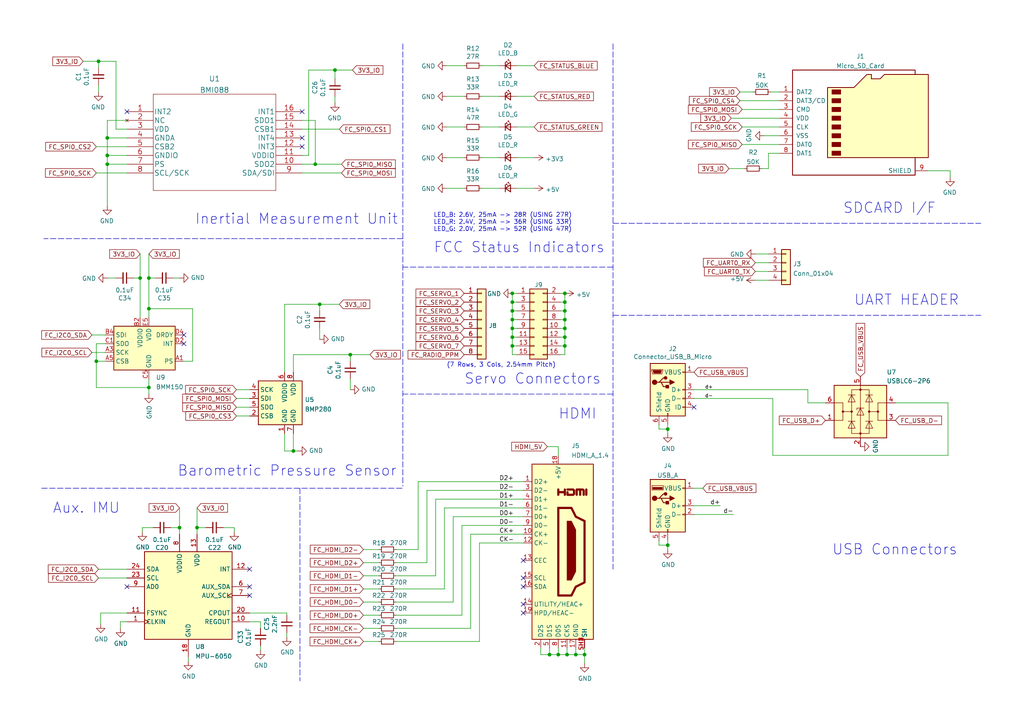
<source format=kicad_sch>
(kicad_sch (version 20211123) (generator eeschema)
  (paper "A4")
  (title_block (title "FCC Peripherals"))
  (lib_symbols
    (symbol "BMI088:BMI088" (pin_names (offset 0.254))
      (property "Reference" "U" (at 25.4 10.16 0))
      (property "Value" "BMI088" (at 25.4 7.62 0))
      (symbol "BMI088_1_1"
        (pin bidirectional line (at 0 0 0) (length 7.62) (name "INT2") (number "1"))
        (pin bidirectional line (at 50.8 -15.24 180) (length 7.62) (name "SDO2") (number "10"))
        (pin power_in line (at 50.8 -12.7 180) (length 7.62) (name "VDDIO") (number "11"))
        (pin bidirectional line (at 50.8 -10.16 180) (length 7.62) (name "INT3") (number "12"))
        (pin bidirectional line (at 50.8 -7.62 180) (length 7.62) (name "INT4") (number "13"))
        (pin bidirectional line (at 50.8 -5.08 180) (length 7.62) (name "CSB1") (number "14"))
        (pin bidirectional line (at 50.8 -2.54 180) (length 7.62) (name "SDO1") (number "15"))
        (pin bidirectional line (at 50.8 0 180) (length 7.62) (name "INT1") (number "16"))
        (pin no_connect line (at 0 -2.54 0) (length 7.62) (name "NC") (number "2"))
        (pin power_in line (at 0 -5.08 0) (length 7.62) (name "VDD") (number "3"))
        (pin power_in line (at 0 -7.62 0) (length 7.62) (name "GNDA") (number "4"))
        (pin bidirectional line (at 0 -10.16 0) (length 7.62) (name "CSB2") (number "5"))
        (pin power_in line (at 0 -12.7 0) (length 7.62) (name "GNDIO") (number "6"))
        (pin unspecified line (at 0 -15.24 0) (length 7.62) (name "PS") (number "7"))
        (pin unspecified line (at 0 -17.78 0) (length 7.62) (name "SCL/SCK") (number "8"))
        (pin unspecified line (at 50.8 -17.78 180) (length 7.62) (name "SDA/SDI") (number "9"))
      )
    )
    (symbol "CM4IO:HDMI_A_1.4"
      (property "Reference" "J" (at -6.35 26.67 0))
      (property "Value" "HDMI_A_1.4" (at 10.16 26.67 0))
      (symbol "HDMI_A_1.4_0_0"
        (pin passive line (at 7.62 -27.94 90) (length 2.54) (name "SH") (number "SH2"))
        (pin passive line (at 7.62 -27.94 90) (length 2.54) (name "SH") (number "SH3"))
        (pin passive line (at 7.62 -27.94 90) (length 2.54) (name "SH") (number "SH4"))
      )
      (symbol "HDMI_A_1.4_1_1"
        (pin passive line (at -10.16 20.32 0) (length 2.54) (name "D2+") (number "1"))
        (pin passive line (at -10.16 5.08 0) (length 2.54) (name "CK+") (number "10"))
        (pin power_in line (at 2.54 -27.94 90) (length 2.54) (name "CKS") (number "11"))
        (pin passive line (at -10.16 2.54 0) (length 2.54) (name "CK-") (number "12"))
        (pin bidirectional line (at -10.16 -2.54 0) (length 2.54) (name "CEC") (number "13"))
        (pin passive line (at -10.16 -15.24 0) (length 2.54) (name "UTILITY/HEAC+") (number "14"))
        (pin passive line (at -10.16 -7.62 0) (length 2.54) (name "SCL") (number "15"))
        (pin bidirectional line (at -10.16 -10.16 0) (length 2.54) (name "SDA") (number "16"))
        (pin power_in line (at 5.08 -27.94 90) (length 2.54) (name "GND") (number "17"))
        (pin power_in line (at 0 27.94 270) (length 2.54) (name "+5V") (number "18"))
        (pin passive line (at -10.16 -17.78 0) (length 2.54) (name "HPD/HEAC-") (number "19"))
        (pin power_in line (at -5.08 -27.94 90) (length 2.54) (name "D2S") (number "2"))
        (pin passive line (at -10.16 17.78 0) (length 2.54) (name "D2-") (number "3"))
        (pin passive line (at -10.16 15.24 0) (length 2.54) (name "D1+") (number "4"))
        (pin power_in line (at -2.54 -27.94 90) (length 2.54) (name "D1S") (number "5"))
        (pin passive line (at -10.16 12.7 0) (length 2.54) (name "D1-") (number "6"))
        (pin passive line (at -10.16 10.16 0) (length 2.54) (name "D0+") (number "7"))
        (pin power_in line (at 0 -27.94 90) (length 2.54) (name "D0S") (number "8"))
        (pin passive line (at -10.16 7.62 0) (length 2.54) (name "D0-") (number "9"))
        (pin passive line (at 7.62 -27.94 90) (length 2.54) (name "SH") (number "SH1"))
      )
    )
    (symbol "Connector:Micro_SD_Card" (pin_names (offset 1.016))
      (property "Reference" "J" (at -16.51 15.24 0))
      (property "Value" "Micro_SD_Card" (at 16.51 15.24 0))
      (symbol "Micro_SD_Card_1_1"
        (pin bidirectional line (at -22.86 7.62 0) (length 3.81) (name "DAT2") (number "1"))
        (pin bidirectional line (at -22.86 5.08 0) (length 3.81) (name "DAT3/CD") (number "2"))
        (pin input line (at -22.86 2.54 0) (length 3.81) (name "CMD") (number "3"))
        (pin power_in line (at -22.86 0 0) (length 3.81) (name "VDD") (number "4"))
        (pin input line (at -22.86 -2.54 0) (length 3.81) (name "CLK") (number "5"))
        (pin power_in line (at -22.86 -5.08 0) (length 3.81) (name "VSS") (number "6"))
        (pin bidirectional line (at -22.86 -7.62 0) (length 3.81) (name "DAT0") (number "7"))
        (pin bidirectional line (at -22.86 -10.16 0) (length 3.81) (name "DAT1") (number "8"))
        (pin passive line (at 20.32 -15.24 180) (length 3.81) (name "SHIELD") (number "9"))
      )
    )
    (symbol "Connector:USB_A" (pin_names (offset 1.016))
      (property "Reference" "J" (at -5.08 11.43 0))
      (property "Value" "USB_A" (at -5.08 8.89 0))
      (symbol "USB_A_1_1"
        (pin power_in line (at 7.62 5.08 180) (length 2.54) (name "VBUS") (number "1"))
        (pin bidirectional line (at 7.62 -2.54 180) (length 2.54) (name "D-") (number "2"))
        (pin bidirectional line (at 7.62 0 180) (length 2.54) (name "D+") (number "3"))
        (pin power_in line (at 0 -10.16 90) (length 2.54) (name "GND") (number "4"))
        (pin passive line (at -2.54 -10.16 90) (length 2.54) (name "Shield") (number "5"))
      )
    )
    (symbol "Connector_Generic:Conn_01x04" (pin_names (offset 1.016) hide)
      (property "Reference" "J" (at 0 5.08 0))
      (property "Value" "Conn_01x04" (at 0 -7.62 0))
      (symbol "Conn_01x04_1_1"
        (pin passive line (at -5.08 2.54 0) (length 3.81) (name "Pin_1") (number "1"))
        (pin passive line (at -5.08 0 0) (length 3.81) (name "Pin_2") (number "2"))
        (pin passive line (at -5.08 -2.54 0) (length 3.81) (name "Pin_3") (number "3"))
        (pin passive line (at -5.08 -5.08 0) (length 3.81) (name "Pin_4") (number "4"))
      )
    )
    (symbol "Connector_Generic:Conn_01x08" (pin_names (offset 1.016) hide)
      (property "Reference" "J" (at 0 10.16 0))
      (property "Value" "Conn_01x08" (at 0 -12.7 0))
      (symbol "Conn_01x08_1_1"
        (pin passive line (at -5.08 7.62 0) (length 3.81) (name "Pin_1") (number "1"))
        (pin passive line (at -5.08 5.08 0) (length 3.81) (name "Pin_2") (number "2"))
        (pin passive line (at -5.08 2.54 0) (length 3.81) (name "Pin_3") (number "3"))
        (pin passive line (at -5.08 0 0) (length 3.81) (name "Pin_4") (number "4"))
        (pin passive line (at -5.08 -2.54 0) (length 3.81) (name "Pin_5") (number "5"))
        (pin passive line (at -5.08 -5.08 0) (length 3.81) (name "Pin_6") (number "6"))
        (pin passive line (at -5.08 -7.62 0) (length 3.81) (name "Pin_7") (number "7"))
        (pin passive line (at -5.08 -10.16 0) (length 3.81) (name "Pin_8") (number "8"))
      )
    )
    (symbol "Connector_Generic:Conn_02x08_Odd_Even" (pin_names (offset 1.016) hide)
      (property "Reference" "J" (at 1.27 10.16 0))
      (property "Value" "Conn_02x08_Odd_Even" (at 1.27 -12.7 0))
      (symbol "Conn_02x08_Odd_Even_1_1"
        (pin passive line (at -5.08 7.62 0) (length 3.81) (name "Pin_1") (number "1"))
        (pin passive line (at 7.62 -2.54 180) (length 3.81) (name "Pin_10") (number "10"))
        (pin passive line (at -5.08 -5.08 0) (length 3.81) (name "Pin_11") (number "11"))
        (pin passive line (at 7.62 -5.08 180) (length 3.81) (name "Pin_12") (number "12"))
        (pin passive line (at -5.08 -7.62 0) (length 3.81) (name "Pin_13") (number "13"))
        (pin passive line (at 7.62 -7.62 180) (length 3.81) (name "Pin_14") (number "14"))
        (pin passive line (at -5.08 -10.16 0) (length 3.81) (name "Pin_15") (number "15"))
        (pin passive line (at 7.62 -10.16 180) (length 3.81) (name "Pin_16") (number "16"))
        (pin passive line (at 7.62 7.62 180) (length 3.81) (name "Pin_2") (number "2"))
        (pin passive line (at -5.08 5.08 0) (length 3.81) (name "Pin_3") (number "3"))
        (pin passive line (at 7.62 5.08 180) (length 3.81) (name "Pin_4") (number "4"))
        (pin passive line (at -5.08 2.54 0) (length 3.81) (name "Pin_5") (number "5"))
        (pin passive line (at 7.62 2.54 180) (length 3.81) (name "Pin_6") (number "6"))
        (pin passive line (at -5.08 0 0) (length 3.81) (name "Pin_7") (number "7"))
        (pin passive line (at 7.62 0 180) (length 3.81) (name "Pin_8") (number "8"))
        (pin passive line (at -5.08 -2.54 0) (length 3.81) (name "Pin_9") (number "9"))
      )
    )
    (symbol "Device:C_Small" (pin_numbers hide) (pin_names (offset 0.254) hide)
      (property "Reference" "C" (at 0.254 1.778 0))
      (property "Value" "C_Small" (at 0.254 -2.032 0))
      (symbol "C_Small_1_1"
        (pin passive line (at 0 2.54 270) (length 2.032) (name "~") (number "1"))
        (pin passive line (at 0 -2.54 90) (length 2.032) (name "~") (number "2"))
      )
    )
    (symbol "Device:LED_Small" (pin_numbers hide) (pin_names (offset 0.254) hide)
      (property "Reference" "D" (at -1.27 3.175 0))
      (property "Value" "LED_Small" (at -4.445 -2.54 0))
      (symbol "LED_Small_1_1"
        (pin passive line (at -2.54 0 0) (length 1.778) (name "K") (number "1"))
        (pin passive line (at 2.54 0 180) (length 1.778) (name "A") (number "2"))
      )
    )
    (symbol "Device:R_Small" (pin_numbers hide) (pin_names (offset 0.254) hide)
      (property "Reference" "R" (at 0.762 0.508 0))
      (property "Value" "R_Small" (at 0.762 -1.016 0))
      (symbol "R_Small_1_1"
        (pin passive line (at 0 2.54 270) (length 0.762) (name "~") (number "1"))
        (pin passive line (at 0 -2.54 90) (length 0.762) (name "~") (number "2"))
      )
    )
    (symbol "Power_Protection:USBLC6-2P6" (pin_names hide)
      (property "Reference" "U" (at 2.54 8.89 0))
      (property "Value" "USBLC6-2P6" (at 2.54 -8.89 0))
      (symbol "USBLC6-2P6_1_1"
        (pin passive line (at -10.16 -2.54 0) (length 2.54) (name "I/O1") (number "1"))
        (pin passive line (at 0 -10.16 90) (length 2.54) (name "GND") (number "2"))
        (pin passive line (at 10.16 -2.54 180) (length 2.54) (name "I/O2") (number "3"))
        (pin passive line (at 10.16 2.54 180) (length 2.54) (name "I/O2") (number "4"))
        (pin passive line (at 0 10.16 270) (length 2.54) (name "VBUS") (number "5"))
        (pin passive line (at -10.16 2.54 0) (length 2.54) (name "I/O1") (number "6"))
      )
    )
    (symbol "Sensor_Magnetic:BMM150"
      (property "Reference" "U" (at -10.16 6.35 0))
      (property "Value" "BMM150" (at 7.62 6.35 0))
      (symbol "BMM150_1_1"
        (pin input line (at 10.16 -5.08 180) (length 2.54) (name "PS") (number "A1"))
        (pin bidirectional line (at -12.7 -2.54 0) (length 2.54) (name "SCK") (number "A3"))
        (pin input line (at -12.7 -5.08 0) (length 2.54) (name "CSB") (number "A5"))
        (pin power_in line (at -2.54 7.62 270) (length 2.54) (name "VDDIO") (number "B2"))
        (pin bidirectional line (at -12.7 2.54 0) (length 2.54) (name "SDI") (number "B4"))
        (pin bidirectional line (at -12.7 0 0) (length 2.54) (name "SDO") (number "C1"))
        (pin power_in line (at 0 -10.16 90) (length 2.54) (name "GND") (number "C5"))
        (pin output line (at 10.16 0 180) (length 2.54) (name "INT") (number "D2"))
        (pin output line (at 10.16 2.54 180) (length 2.54) (name "DRDY") (number "D4"))
        (pin passive line (at 0 -10.16 90) (length 2.54) hide (name "GND") (number "E1"))
        (pin passive line (at 0 -10.16 90) (length 2.54) hide (name "GND") (number "E3"))
        (pin power_in line (at 0 7.62 270) (length 2.54) (name "VDD") (number "E5"))
      )
    )
    (symbol "Sensor_Motion:MPU-6050"
      (property "Reference" "U" (at -11.43 13.97 0))
      (property "Value" "MPU-6050" (at 7.62 -13.97 0))
      (symbol "MPU-6050_1_1"
        (pin input clock (at -17.78 -7.62 0) (length 5.08) (name "CLKIN") (number "1"))
        (pin passive line (at 17.78 -7.62 180) (length 5.08) (name "REGOUT") (number "10"))
        (pin input line (at -17.78 -5.08 0) (length 5.08) (name "FSYNC") (number "11"))
        (pin output line (at 17.78 7.62 180) (length 5.08) (name "INT") (number "12"))
        (pin power_in line (at 2.54 17.78 270) (length 5.08) (name "VDD") (number "13"))
        (pin power_in line (at 0 -17.78 90) (length 5.08) (name "GND") (number "18"))
        (pin passive line (at 17.78 -5.08 180) (length 5.08) (name "CPOUT") (number "20"))
        (pin input line (at -17.78 5.08 0) (length 5.08) (name "SCL") (number "23"))
        (pin bidirectional line (at -17.78 7.62 0) (length 5.08) (name "SDA") (number "24"))
        (pin bidirectional line (at 17.78 2.54 180) (length 5.08) (name "AUX_SDA") (number "6"))
        (pin output clock (at 17.78 0 180) (length 5.08) (name "AUX_SCL") (number "7"))
        (pin power_in line (at -2.54 17.78 270) (length 5.08) (name "VDDIO") (number "8"))
        (pin input line (at -17.78 2.54 0) (length 5.08) (name "AD0") (number "9"))
      )
    )
    (symbol "Sensor_Pressure:BMP280"
      (property "Reference" "U" (at -7.62 10.16 0))
      (property "Value" "BMP280" (at 5.08 10.16 0))
      (symbol "BMP280_1_1"
        (pin power_in line (at 0 -7.62 90) (length 2.54) (name "GND") (number "1"))
        (pin input line (at -10.16 -2.54 0) (length 2.54) (name "CSB") (number "2"))
        (pin bidirectional line (at -10.16 2.54 0) (length 2.54) (name "SDI") (number "3"))
        (pin input line (at -10.16 5.08 0) (length 2.54) (name "SCK") (number "4"))
        (pin bidirectional line (at -10.16 0 0) (length 2.54) (name "SDO") (number "5"))
        (pin power_in line (at 0 10.16 270) (length 2.54) (name "VDDIO") (number "6"))
        (pin power_in line (at 2.54 -7.62 90) (length 2.54) (name "GND") (number "7"))
        (pin power_in line (at 2.54 10.16 270) (length 2.54) (name "VDD") (number "8"))
      )
    )
    (symbol "hermes_v1-rescue:Connector_USB_B_Micro-CH330" (pin_names (offset 1.016))
      (property "Reference" "J" (at -5.08 11.43 0))
      (property "Value" "Connector_USB_B_Micro-CH330" (at -5.08 8.89 0))
      (symbol "Connector_USB_B_Micro-CH330_1_1"
        (pin power_out line (at 7.62 5.08 180) (length 2.54) (name "VBUS") (number "1"))
        (pin passive line (at 7.62 -2.54 180) (length 2.54) (name "D-") (number "2"))
        (pin passive line (at 7.62 0 180) (length 2.54) (name "D+") (number "3"))
        (pin passive line (at 7.62 -5.08 180) (length 2.54) (name "ID") (number "4"))
        (pin power_out line (at 0 -10.16 90) (length 2.54) (name "GND") (number "5"))
        (pin passive line (at -2.54 -10.16 90) (length 2.54) (name "Shield") (number "6"))
      )
    )
    (symbol "power:+3.3V" (power) (pin_names (offset 0))
      (property "Value" "+3.3V" (at 0 3.556 0))
      (symbol "+3.3V_1_1"
        (pin power_in line (at 0 0 90) (length 0) hide (name "+3V3") (number "1"))
      )
    )
    (symbol "power:+5V" (power) (pin_names (offset 0))
      (property "Value" "+5V" (at 0 3.556 0))
      (symbol "+5V_1_1"
        (pin power_in line (at 0 0 90) (length 0) hide (name "+5V") (number "1"))
      )
    )
    (symbol "power:GND" (power) (pin_names (offset 0))
      (property "Value" "GND" (at 0 -3.81 0))
      (symbol "GND_1_1"
        (pin power_in line (at 0 0 270) (length 0) hide (name "GND") (number "1"))
      )
    )
  )
  (junction (at 193.675 158.115))
  (junction (at 91.44 47.625))
  (junction (at 52.07 153.035))
  (junction (at 193.675 124.46))
  (junction (at 31.115 40.005))
  (junction (at 43.18 112.395))
  (junction (at 92.71 88.265))
  (junction (at 163.83 97.79))
  (junction (at 148.59 85.09))
  (junction (at 163.83 95.25))
  (junction (at 159.385 189.865))
  (junction (at 85.09 130.81))
  (junction (at 40.64 80.645))
  (junction (at 101.6 102.87))
  (junction (at 167.005 189.865))
  (junction (at 97.155 20.32))
  (junction (at 169.545 189.865))
  (junction (at 148.59 90.17))
  (junction (at 28.575 17.78))
  (junction (at 163.83 100.33))
  (junction (at 163.83 85.09))
  (junction (at 31.115 47.625))
  (junction (at 148.59 97.79))
  (junction (at 163.83 90.17))
  (junction (at 163.83 92.71))
  (junction (at 27.94 104.775))
  (junction (at 148.59 92.71))
  (junction (at 164.465 189.865))
  (junction (at 43.18 80.645))
  (junction (at 148.59 100.33))
  (junction (at 161.925 189.865))
  (junction (at 148.59 87.63))
  (junction (at 31.115 45.085))
  (junction (at 163.83 87.63))
  (junction (at 43.18 89.535))
  (junction (at 148.59 95.25))
  (junction (at 57.15 153.035))
  (no_connect (at 72.39 165.1))
  (no_connect (at 72.39 172.72))
  (no_connect (at 72.39 170.18))
  (no_connect (at 201.295 118.11))
  (no_connect (at 53.34 99.695))
  (no_connect (at 53.34 97.155))
  (no_connect (at 36.83 170.18))
  (no_connect (at 36.83 32.385))
  (no_connect (at 87.63 40.005))
  (no_connect (at 87.63 42.545))
  (no_connect (at 87.63 32.385))
  (no_connect (at 151.765 162.56))
  (no_connect (at 151.765 167.64))
  (no_connect (at 151.765 177.8))
  (no_connect (at 151.765 175.26))
  (no_connect (at 151.765 170.18))
  (wire (pts (xy 201.295 115.57) (xy 224.155 115.57)))
  (wire (pts (xy 144.78 19.05) (xy 139.7 19.05)))
  (wire (pts (xy 162.56 87.63) (xy 163.83 87.63)))
  (wire (pts (xy 31.115 34.925) (xy 31.115 40.005)))
  (wire (pts (xy 275.59 49.53) (xy 275.59 51.435)))
  (wire (pts (xy 105.41 178.435) (xy 109.855 178.435)))
  (wire (pts (xy 29.21 177.8) (xy 29.21 180.975)))
  (wire (pts (xy 55.88 104.775) (xy 55.88 89.535)))
  (wire (pts (xy 156.845 187.96) (xy 156.845 189.865)))
  (polyline (pts (xy 177.8 12.7) (xy 177.8 165.1)))
  (wire (pts (xy 193.675 156.845) (xy 193.675 158.115)))
  (wire (pts (xy 43.18 89.535) (xy 43.18 92.075)))
  (wire (pts (xy 101.6 102.87) (xy 107.315 102.87)))
  (wire (pts (xy 151.765 142.24) (xy 123.825 142.24)))
  (wire (pts (xy 167.005 189.865) (xy 169.545 189.865)))
  (wire (pts (xy 89.535 45.085) (xy 87.63 45.085)))
  (wire (pts (xy 144.78 27.94) (xy 139.7 27.94)))
  (wire (pts (xy 28.575 165.1) (xy 36.83 165.1)))
  (wire (pts (xy 161.925 187.96) (xy 161.925 189.865)))
  (wire (pts (xy 31.115 45.085) (xy 31.115 47.625)))
  (wire (pts (xy 163.83 90.17) (xy 163.83 87.63)))
  (wire (pts (xy 34.925 180.34) (xy 36.83 180.34)))
  (wire (pts (xy 136.525 182.245) (xy 114.935 182.245)))
  (wire (pts (xy 154.94 27.94) (xy 149.86 27.94)))
  (wire (pts (xy 134.62 19.05) (xy 129.54 19.05)))
  (polyline (pts (xy 116.84 69.215) (xy 12.7 69.215)))
  (wire (pts (xy 43.18 73.66) (xy 43.18 80.645)))
  (wire (pts (xy 151.765 144.78) (xy 126.365 144.78)))
  (wire (pts (xy 159.385 189.865) (xy 161.925 189.865)))
  (wire (pts (xy 36.83 177.8) (xy 29.21 177.8)))
  (wire (pts (xy 85.09 107.95) (xy 85.09 102.87)))
  (wire (pts (xy 97.155 27.94) (xy 97.155 29.845)))
  (wire (pts (xy 226.06 44.45) (xy 222.885 44.45)))
  (wire (pts (xy 91.44 47.625) (xy 99.06 47.625)))
  (wire (pts (xy 163.83 92.71) (xy 163.83 90.17)))
  (wire (pts (xy 54.61 190.5) (xy 54.61 191.77)))
  (wire (pts (xy 149.86 92.71) (xy 148.59 92.71)))
  (wire (pts (xy 27.94 50.165) (xy 36.83 50.165)))
  (wire (pts (xy 40.64 73.66) (xy 40.64 80.645)))
  (wire (pts (xy 72.39 177.8) (xy 83.185 177.8)))
  (wire (pts (xy 28.575 167.64) (xy 36.83 167.64)))
  (wire (pts (xy 31.115 80.645) (xy 33.655 80.645)))
  (wire (pts (xy 75.565 187.325) (xy 75.565 188.595)))
  (wire (pts (xy 57.15 147.32) (xy 57.15 153.035)))
  (wire (pts (xy 221.615 39.37) (xy 226.06 39.37)))
  (wire (pts (xy 50.165 80.645) (xy 52.07 80.645)))
  (wire (pts (xy 85.09 102.87) (xy 101.6 102.87)))
  (wire (pts (xy 201.295 113.03) (xy 234.315 113.03)))
  (wire (pts (xy 161.925 129.54) (xy 161.925 132.08)))
  (wire (pts (xy 167.005 187.96) (xy 167.005 189.865)))
  (wire (pts (xy 219.075 81.28) (xy 222.885 81.28)))
  (wire (pts (xy 36.83 34.925) (xy 31.115 34.925)))
  (wire (pts (xy 163.83 97.79) (xy 163.83 95.25)))
  (wire (pts (xy 128.905 170.815) (xy 114.935 170.815)))
  (wire (pts (xy 163.83 87.63) (xy 163.83 85.09)))
  (wire (pts (xy 72.39 180.34) (xy 75.565 180.34)))
  (polyline (pts (xy 177.8 114.3) (xy 116.84 114.3)))
  (wire (pts (xy 43.18 80.645) (xy 45.085 80.645)))
  (wire (pts (xy 214.63 29.21) (xy 226.06 29.21)))
  (wire (pts (xy 224.155 115.57) (xy 224.155 132.08)))
  (wire (pts (xy 148.59 87.63) (xy 148.59 85.09)))
  (wire (pts (xy 105.41 159.385) (xy 109.855 159.385)))
  (wire (pts (xy 33.655 37.465) (xy 36.83 37.465)))
  (wire (pts (xy 101.6 109.855) (xy 101.6 113.03)))
  (polyline (pts (xy 177.8 77.47) (xy 116.84 77.47)))
  (wire (pts (xy 159.385 187.96) (xy 159.385 189.865)))
  (wire (pts (xy 211.455 48.895) (xy 215.9 48.895)))
  (wire (pts (xy 139.065 186.055) (xy 114.935 186.055)))
  (wire (pts (xy 164.465 187.96) (xy 164.465 189.865)))
  (wire (pts (xy 27.94 112.395) (xy 43.18 112.395)))
  (wire (pts (xy 148.59 97.79) (xy 148.59 95.25)))
  (wire (pts (xy 27.94 42.545) (xy 36.83 42.545)))
  (wire (pts (xy 149.86 90.17) (xy 148.59 90.17)))
  (wire (pts (xy 87.63 47.625) (xy 91.44 47.625)))
  (wire (pts (xy 214.63 26.67) (xy 218.44 26.67)))
  (wire (pts (xy 92.71 88.265) (xy 92.71 90.17)))
  (wire (pts (xy 134.62 36.83) (xy 129.54 36.83)))
  (wire (pts (xy 87.63 50.165) (xy 99.06 50.165)))
  (wire (pts (xy 134.62 54.61) (xy 129.54 54.61)))
  (wire (pts (xy 27.94 104.775) (xy 27.94 112.395)))
  (wire (pts (xy 126.365 167.005) (xy 114.935 167.005)))
  (wire (pts (xy 234.315 116.84) (xy 239.395 116.84)))
  (wire (pts (xy 26.67 97.155) (xy 30.48 97.155)))
  (wire (pts (xy 156.845 189.865) (xy 159.385 189.865)))
  (wire (pts (xy 144.78 54.61) (xy 139.7 54.61)))
  (wire (pts (xy 201.295 146.685) (xy 208.915 146.685)))
  (wire (pts (xy 82.55 88.265) (xy 92.71 88.265)))
  (wire (pts (xy 105.41 182.245) (xy 109.855 182.245)))
  (wire (pts (xy 68.58 118.11) (xy 72.39 118.11)))
  (wire (pts (xy 222.885 44.45) (xy 222.885 48.895)))
  (wire (pts (xy 26.67 102.235) (xy 30.48 102.235)))
  (wire (pts (xy 97.155 20.32) (xy 97.155 22.86)))
  (wire (pts (xy 85.09 125.73) (xy 85.09 130.81)))
  (wire (pts (xy 31.115 40.005) (xy 31.115 45.085)))
  (wire (pts (xy 126.365 144.78) (xy 126.365 167.005)))
  (wire (pts (xy 201.295 141.605) (xy 203.835 141.605)))
  (wire (pts (xy 134.62 45.72) (xy 129.54 45.72)))
  (wire (pts (xy 212.09 34.29) (xy 226.06 34.29)))
  (wire (pts (xy 38.735 80.645) (xy 40.64 80.645)))
  (wire (pts (xy 223.52 26.67) (xy 226.06 26.67)))
  (wire (pts (xy 149.86 100.33) (xy 148.59 100.33)))
  (wire (pts (xy 89.535 20.32) (xy 97.155 20.32)))
  (wire (pts (xy 31.115 45.085) (xy 36.83 45.085)))
  (wire (pts (xy 30.48 104.775) (xy 27.94 104.775)))
  (wire (pts (xy 149.86 97.79) (xy 148.59 97.79)))
  (wire (pts (xy 43.18 112.395) (xy 43.18 114.3)))
  (wire (pts (xy 148.59 90.17) (xy 148.59 87.63)))
  (wire (pts (xy 105.41 174.625) (xy 109.855 174.625)))
  (wire (pts (xy 68.58 120.65) (xy 72.39 120.65)))
  (wire (pts (xy 149.86 102.87) (xy 148.59 102.87)))
  (wire (pts (xy 28.575 17.78) (xy 33.655 17.78)))
  (wire (pts (xy 193.675 123.19) (xy 193.675 124.46)))
  (wire (pts (xy 162.56 92.71) (xy 163.83 92.71)))
  (polyline (pts (xy 177.8 64.77) (xy 284.48 64.77)))
  (wire (pts (xy 151.765 149.86) (xy 131.445 149.86)))
  (wire (pts (xy 215.265 31.75) (xy 226.06 31.75)))
  (wire (pts (xy 105.41 163.195) (xy 109.855 163.195)))
  (wire (pts (xy 82.55 88.265) (xy 82.55 107.95)))
  (wire (pts (xy 162.56 85.09) (xy 163.83 85.09)))
  (wire (pts (xy 131.445 149.86) (xy 131.445 174.625)))
  (wire (pts (xy 274.955 132.08) (xy 274.955 116.84)))
  (wire (pts (xy 40.64 80.645) (xy 40.64 92.075)))
  (wire (pts (xy 149.86 85.09) (xy 148.59 85.09)))
  (wire (pts (xy 128.905 147.32) (xy 128.905 170.815)))
  (wire (pts (xy 43.18 109.855) (xy 43.18 112.395)))
  (wire (pts (xy 139.065 157.48) (xy 139.065 186.055)))
  (wire (pts (xy 121.285 159.385) (xy 114.935 159.385)))
  (wire (pts (xy 162.56 97.79) (xy 163.83 97.79)))
  (wire (pts (xy 52.07 147.32) (xy 52.07 153.035)))
  (wire (pts (xy 49.53 153.035) (xy 52.07 153.035)))
  (wire (pts (xy 131.445 174.625) (xy 114.935 174.625)))
  (wire (pts (xy 68.58 115.57) (xy 72.39 115.57)))
  (wire (pts (xy 151.765 139.7) (xy 121.285 139.7)))
  (wire (pts (xy 144.78 45.72) (xy 139.7 45.72)))
  (wire (pts (xy 154.94 54.61) (xy 149.86 54.61)))
  (polyline (pts (xy 177.8 91.44) (xy 284.48 91.44)))
  (wire (pts (xy 151.765 152.4) (xy 133.985 152.4)))
  (wire (pts (xy 83.185 177.8) (xy 83.185 178.435)))
  (wire (pts (xy 219.075 73.66) (xy 222.885 73.66)))
  (wire (pts (xy 41.275 153.035) (xy 41.275 154.305)))
  (wire (pts (xy 36.83 47.625) (xy 31.115 47.625)))
  (wire (pts (xy 193.675 158.115) (xy 193.675 159.385)))
  (wire (pts (xy 55.88 89.535) (xy 43.18 89.535)))
  (wire (pts (xy 28.575 24.765) (xy 28.575 26.67)))
  (wire (pts (xy 24.13 17.78) (xy 28.575 17.78)))
  (wire (pts (xy 121.285 139.7) (xy 121.285 159.385)))
  (wire (pts (xy 123.825 163.195) (xy 114.935 163.195)))
  (polyline (pts (xy 86.995 141.605) (xy 86.995 197.485)))
  (wire (pts (xy 222.885 48.895) (xy 220.98 48.895)))
  (wire (pts (xy 89.535 20.32) (xy 89.535 45.085)))
  (wire (pts (xy 154.94 19.05) (xy 149.86 19.05)))
  (wire (pts (xy 52.07 153.035) (xy 52.07 154.94)))
  (wire (pts (xy 67.945 153.035) (xy 67.945 154.305)))
  (wire (pts (xy 149.86 95.25) (xy 148.59 95.25)))
  (wire (pts (xy 162.56 102.87) (xy 163.83 102.87)))
  (wire (pts (xy 149.86 87.63) (xy 148.59 87.63)))
  (wire (pts (xy 44.45 153.035) (xy 41.275 153.035)))
  (wire (pts (xy 92.71 88.265) (xy 98.425 88.265)))
  (wire (pts (xy 82.55 125.73) (xy 82.55 130.81)))
  (wire (pts (xy 234.315 113.03) (xy 234.315 116.84)))
  (wire (pts (xy 87.63 34.925) (xy 91.44 34.925)))
  (wire (pts (xy 191.135 158.115) (xy 193.675 158.115)))
  (wire (pts (xy 30.48 99.695) (xy 27.94 99.695)))
  (wire (pts (xy 92.71 95.25) (xy 92.71 98.425)))
  (wire (pts (xy 105.41 186.055) (xy 109.855 186.055)))
  (wire (pts (xy 101.6 102.87) (xy 101.6 104.775)))
  (wire (pts (xy 133.985 152.4) (xy 133.985 178.435)))
  (wire (pts (xy 163.83 102.87) (xy 163.83 100.33)))
  (wire (pts (xy 169.545 189.865) (xy 169.545 192.405)))
  (wire (pts (xy 82.55 130.81) (xy 85.09 130.81)))
  (wire (pts (xy 64.77 153.035) (xy 67.945 153.035)))
  (wire (pts (xy 75.565 180.34) (xy 75.565 182.245)))
  (wire (pts (xy 191.135 156.845) (xy 191.135 158.115)))
  (wire (pts (xy 148.59 92.71) (xy 148.59 90.17)))
  (wire (pts (xy 191.135 123.19) (xy 191.135 124.46)))
  (wire (pts (xy 133.985 178.435) (xy 114.935 178.435)))
  (wire (pts (xy 33.655 17.78) (xy 33.655 37.465)))
  (wire (pts (xy 57.15 153.035) (xy 57.15 154.94)))
  (wire (pts (xy 43.18 80.645) (xy 43.18 89.535)))
  (wire (pts (xy 162.56 95.25) (xy 163.83 95.25)))
  (wire (pts (xy 151.765 147.32) (xy 128.905 147.32)))
  (wire (pts (xy 123.825 142.24) (xy 123.825 163.195)))
  (wire (pts (xy 219.075 78.74) (xy 222.885 78.74)))
  (wire (pts (xy 144.78 36.83) (xy 139.7 36.83)))
  (wire (pts (xy 148.59 100.33) (xy 148.59 97.79)))
  (wire (pts (xy 91.44 34.925) (xy 91.44 47.625)))
  (polyline (pts (xy 116.84 12.7) (xy 116.84 140.97)))
  (wire (pts (xy 201.295 149.225) (xy 212.725 149.225)))
  (polyline (pts (xy 12.065 141.605) (xy 116.84 141.605)))
  (wire (pts (xy 68.58 113.03) (xy 72.39 113.03)))
  (wire (pts (xy 148.59 95.25) (xy 148.59 92.71)))
  (wire (pts (xy 193.675 124.46) (xy 193.675 125.73)))
  (wire (pts (xy 162.56 90.17) (xy 163.83 90.17)))
  (wire (pts (xy 27.94 99.695) (xy 27.94 104.775)))
  (wire (pts (xy 163.83 95.25) (xy 163.83 92.71)))
  (wire (pts (xy 158.75 129.54) (xy 161.925 129.54)))
  (wire (pts (xy 191.135 124.46) (xy 193.675 124.46)))
  (wire (pts (xy 161.925 189.865) (xy 164.465 189.865)))
  (wire (pts (xy 134.62 27.94) (xy 129.54 27.94)))
  (wire (pts (xy 85.09 130.81) (xy 86.36 130.81)))
  (wire (pts (xy 31.115 47.625) (xy 31.115 59.69)))
  (wire (pts (xy 151.765 157.48) (xy 139.065 157.48)))
  (wire (pts (xy 224.155 132.08) (xy 274.955 132.08)))
  (wire (pts (xy 28.575 17.78) (xy 28.575 19.685)))
  (wire (pts (xy 83.185 183.515) (xy 83.185 184.785)))
  (wire (pts (xy 163.83 100.33) (xy 163.83 97.79)))
  (wire (pts (xy 215.265 36.83) (xy 226.06 36.83)))
  (wire (pts (xy 53.34 104.775) (xy 55.88 104.775)))
  (wire (pts (xy 97.155 20.32) (xy 102.235 20.32)))
  (wire (pts (xy 57.15 153.035) (xy 59.69 153.035)))
  (wire (pts (xy 34.925 180.34) (xy 34.925 182.245)))
  (wire (pts (xy 87.63 37.465) (xy 98.425 37.465)))
  (wire (pts (xy 105.41 170.815) (xy 109.855 170.815)))
  (wire (pts (xy 164.465 189.865) (xy 167.005 189.865)))
  (wire (pts (xy 154.94 45.72) (xy 149.86 45.72)))
  (wire (pts (xy 215.265 41.91) (xy 226.06 41.91)))
  (wire (pts (xy 151.765 154.94) (xy 136.525 154.94)))
  (wire (pts (xy 154.94 36.83) (xy 149.86 36.83)))
  (wire (pts (xy 169.545 187.96) (xy 169.545 189.865)))
  (wire (pts (xy 269.24 49.53) (xy 275.59 49.53)))
  (wire (pts (xy 274.955 116.84) (xy 259.715 116.84)))
  (wire (pts (xy 162.56 100.33) (xy 163.83 100.33)))
  (wire (pts (xy 136.525 154.94) (xy 136.525 182.245)))
  (wire (pts (xy 219.075 76.2) (xy 222.885 76.2)))
  (wire (pts (xy 148.59 102.87) (xy 148.59 100.33)))
  (wire (pts (xy 31.115 40.005) (xy 36.83 40.005)))
  (wire (pts (xy 105.41 167.005) (xy 109.855 167.005)))
  (text "HDMI\n" (at 161.925 121.92 0) (effects (font (size 2.9972 2.9972)) (justify left bottom)))
  (text "(7 Rows, 3 Cols, 2.54mm Pitch)" (at 129.54 106.68 0) (effects (font (size 1.27 1.27)) (justify left bottom)))
  (text "Barometric Pressure Sensor" (at 51.435 138.43 0) (effects (font (size 2.9972 2.9972)) (justify left bottom)))
  (text "Aux. IMU" (at 15.24 149.225 0) (effects (font (size 2.9972 2.9972)) (justify left bottom)))
  (text "Inertial Measurement Unit" (at 56.515 65.405 0) (effects (font (size 2.9972 2.9972)) (justify left bottom)))
  (text "FCC Status Indicators" (at 125.73 73.66 0) (effects (font (size 2.9972 2.9972)) (justify left bottom)))
  (text "UART HEADER" (at 247.65 88.9 0) (effects (font (size 2.9972 2.9972)) (justify left bottom)))
  (text "USB Connectors" (at 241.3 161.29 0) (effects (font (size 2.9972 2.9972)) (justify left bottom)))
  (text "SDCARD I/F" (at 244.475 62.23 0) (effects (font (size 2.9972 2.9972)) (justify left bottom)))
  (text "LED_B: 2.6V, 25mA -> 28R (USING 27R)\nLED_R: 2.4V, 25mA -> 36R (USING 33R)\nLED_G: 2.0V, 25mA -> 52R (USING 47R)" (at 125.73 67.31 0) (effects (font (size 1.27 1.27)) (justify left bottom)))
  (text "Servo Connectors" (at 134.62 111.76 0) (effects (font (size 2.9972 2.9972)) (justify left bottom)))
  (label "D1+" (at 144.78 144.78 0))
  (label "d+" (at 204.47 113.03 0) (effects (font (size 1 1))))
  (label "D2+" (at 144.78 139.7 0))
  (label "CK+" (at 144.78 154.94 0))
  (label "D1-" (at 144.78 147.32 0))
  (label "d-" (at 212.725 149.225 180))
  (label "D0-" (at 144.78 152.4 0))
  (label "d+" (at 208.915 146.685 180))
  (label "D0+" (at 144.78 149.86 0))
  (label "D2-" (at 144.78 142.24 0))
  (label "CK-" (at 144.78 157.48 0))
  (label "d-" (at 204.47 115.57 0) (effects (font (size 1 1))))
  (global_label "FC_STATUS_BLUE" (shape input) (at 154.94 19.05 0) (property "Intersheet References" "${INTERSHEET_REFS}" (effects hide)))
  (global_label "FC_HDMI_D0-" (shape input) (at 105.41 174.625 180) (property "Intersheet References" "${INTERSHEET_REFS}" (effects hide)))
  (global_label "HDMI_5V" (shape input) (at 158.75 129.54 180) (property "Intersheet References" "${INTERSHEET_REFS}" (effects hide)))
  (global_label "FC_HDMI_CK-" (shape input) (at 105.41 182.245 180) (property "Intersheet References" "${INTERSHEET_REFS}" (effects hide)))
  (global_label "FC_I2C0_SCL" (shape input) (at 28.575 167.64 180) (property "Intersheet References" "${INTERSHEET_REFS}" (effects hide)))
  (global_label "3V3_IO" (shape input) (at 214.63 26.67 180) (property "Intersheet References" "${INTERSHEET_REFS}" (effects hide)))
  (global_label "FC_HDMI_D1-" (shape input) (at 105.41 167.005 180) (property "Intersheet References" "${INTERSHEET_REFS}" (effects hide)))
  (global_label "3V3_IO" (shape input) (at 43.18 73.66 0) (property "Intersheet References" "${INTERSHEET_REFS}" (effects hide)))
  (global_label "FC_SPI0_SCK" (shape input) (at 68.58 113.03 180) (property "Intersheet References" "${INTERSHEET_REFS}" (effects hide)))
  (global_label "FC_HDMI_CK+" (shape input) (at 105.41 186.055 180) (property "Intersheet References" "${INTERSHEET_REFS}" (effects hide)))
  (global_label "FC_SERVO_3" (shape input) (at 134.62 90.17 180) (property "Intersheet References" "${INTERSHEET_REFS}" (effects hide)))
  (global_label "3V3_IO" (shape input) (at 57.15 147.32 0) (property "Intersheet References" "${INTERSHEET_REFS}" (effects hide)))
  (global_label "FC_HDMI_D2-" (shape input) (at 105.41 159.385 180) (property "Intersheet References" "${INTERSHEET_REFS}" (effects hide)))
  (global_label "FC_USB_VBUS" (shape input) (at 203.835 141.605 0) (property "Intersheet References" "${INTERSHEET_REFS}" (effects hide)))
  (global_label "FC_SPI0_MISO" (shape input) (at 68.58 118.11 180) (property "Intersheet References" "${INTERSHEET_REFS}" (effects hide)))
  (global_label "FC_SPI0_SCK" (shape input) (at 27.94 50.165 180) (property "Intersheet References" "${INTERSHEET_REFS}" (effects hide)))
  (global_label "FC_SPI0_MOSI" (shape input) (at 68.58 115.57 180) (property "Intersheet References" "${INTERSHEET_REFS}" (effects hide)))
  (global_label "FC_SPI0_CS4" (shape input) (at 214.63 29.21 180) (property "Intersheet References" "${INTERSHEET_REFS}" (effects hide)))
  (global_label "FC_SPI0_MOSI" (shape input) (at 99.06 50.165 0) (property "Intersheet References" "${INTERSHEET_REFS}" (effects hide)))
  (global_label "FC_SPI0_MOSI" (shape input) (at 215.265 31.75 180) (property "Intersheet References" "${INTERSHEET_REFS}" (effects hide)))
  (global_label "FC_USB_VBUS" (shape input) (at 201.295 107.95 0) (property "Intersheet References" "${INTERSHEET_REFS}" (effects hide)))
  (global_label "FC_UART0_TX" (shape input) (at 219.075 78.74 180) (property "Intersheet References" "${INTERSHEET_REFS}" (effects hide)))
  (global_label "3V3_IO" (shape input) (at 102.235 20.32 0) (property "Intersheet References" "${INTERSHEET_REFS}" (effects hide)))
  (global_label "3V3_IO" (shape input) (at 211.455 48.895 180) (property "Intersheet References" "${INTERSHEET_REFS}" (effects hide)))
  (global_label "FC_SERVO_2" (shape input) (at 134.62 87.63 180) (property "Intersheet References" "${INTERSHEET_REFS}" (effects hide)))
  (global_label "FC_STATUS_RED" (shape input) (at 154.94 27.94 0) (property "Intersheet References" "${INTERSHEET_REFS}" (effects hide)))
  (global_label "3V3_IO" (shape input) (at 40.64 73.66 180) (property "Intersheet References" "${INTERSHEET_REFS}" (effects hide)))
  (global_label "FC_USB_D+" (shape input) (at 239.395 121.92 180) (property "Intersheet References" "${INTERSHEET_REFS}" (effects hide)))
  (global_label "FC_I2C0_SDA" (shape input) (at 28.575 165.1 180) (property "Intersheet References" "${INTERSHEET_REFS}" (effects hide)))
  (global_label "3V3_IO" (shape input) (at 107.315 102.87 0) (property "Intersheet References" "${INTERSHEET_REFS}" (effects hide)))
  (global_label "FC_SPI0_CS3" (shape input) (at 68.58 120.65 180) (property "Intersheet References" "${INTERSHEET_REFS}" (effects hide)))
  (global_label "3V3_IO" (shape input) (at 52.07 147.32 180) (property "Intersheet References" "${INTERSHEET_REFS}" (effects hide)))
  (global_label "3V3_IO" (shape input) (at 24.13 17.78 180) (property "Intersheet References" "${INTERSHEET_REFS}" (effects hide)))
  (global_label "FC_UART0_RX" (shape input) (at 219.075 76.2 180) (property "Intersheet References" "${INTERSHEET_REFS}" (effects hide)))
  (global_label "FC_I2C0_SCL" (shape input) (at 26.67 102.235 180) (property "Intersheet References" "${INTERSHEET_REFS}" (effects hide)))
  (global_label "FC_STATUS_GREEN" (shape input) (at 154.94 36.83 0) (property "Intersheet References" "${INTERSHEET_REFS}" (effects hide)))
  (global_label "FC_RADIO_PPM" (shape input) (at 134.62 102.87 180) (property "Intersheet References" "${INTERSHEET_REFS}" (effects hide)))
  (global_label "3V3_IO" (shape input) (at 98.425 88.265 0) (property "Intersheet References" "${INTERSHEET_REFS}" (effects hide)))
  (global_label "FC_SERVO_7" (shape input) (at 134.62 100.33 180) (property "Intersheet References" "${INTERSHEET_REFS}" (effects hide)))
  (global_label "FC_SPI0_MISO" (shape input) (at 99.06 47.625 0) (property "Intersheet References" "${INTERSHEET_REFS}" (effects hide)))
  (global_label "FC_SPI0_CS1" (shape input) (at 98.425 37.465 0) (property "Intersheet References" "${INTERSHEET_REFS}" (effects hide)))
  (global_label "FC_SPI0_CS2" (shape input) (at 27.94 42.545 180) (property "Intersheet References" "${INTERSHEET_REFS}" (effects hide)))
  (global_label "FC_SERVO_5" (shape input) (at 134.62 95.25 180) (property "Intersheet References" "${INTERSHEET_REFS}" (effects hide)))
  (global_label "FC_SERVO_4" (shape input) (at 134.62 92.71 180) (property "Intersheet References" "${INTERSHEET_REFS}" (effects hide)))
  (global_label "FC_HDMI_D0+" (shape input) (at 105.41 178.435 180) (property "Intersheet References" "${INTERSHEET_REFS}" (effects hide)))
  (global_label "3V3_IO" (shape input) (at 212.09 34.29 180) (property "Intersheet References" "${INTERSHEET_REFS}" (effects hide)))
  (global_label "FC_SERVO_1" (shape input) (at 134.62 85.09 180) (property "Intersheet References" "${INTERSHEET_REFS}" (effects hide)))
  (global_label "FC_SPI0_MISO" (shape input) (at 215.265 41.91 180) (property "Intersheet References" "${INTERSHEET_REFS}" (effects hide)))
  (global_label "FC_USB_D-" (shape input) (at 259.715 121.92 0) (property "Intersheet References" "${INTERSHEET_REFS}" (effects hide)))
  (global_label "FC_HDMI_D1+" (shape input) (at 105.41 170.815 180) (property "Intersheet References" "${INTERSHEET_REFS}" (effects hide)))
  (global_label "FC_I2C0_SDA" (shape input) (at 26.67 97.155 180) (property "Intersheet References" "${INTERSHEET_REFS}" (effects hide)))
  (global_label "FC_USB_VBUS" (shape input) (at 249.555 109.22 90) (property "Intersheet References" "${INTERSHEET_REFS}" (effects hide)))
  (global_label "FC_SERVO_6" (shape input) (at 134.62 97.79 180) (property "Intersheet References" "${INTERSHEET_REFS}" (effects hide)))
  (global_label "FC_SPI0_SCK" (shape input) (at 215.265 36.83 180) (property "Intersheet References" "${INTERSHEET_REFS}" (effects hide)))
  (global_label "FC_HDMI_D2+" (shape input) (at 105.41 163.195 180) (property "Intersheet References" "${INTERSHEET_REFS}" (effects hide)))
  (symbol (lib_id "hermes_v1-rescue:Connector_USB_B_Micro-CH330") (at 193.675 113.03 0) (unit 1)
    (property "Reference" "J2" (at 195.1228 101.1682 0))
    (property "Value" "Connector_USB_B_Micro" (at 195.1228 103.4796 0))
    (property "Footprint" "Connector_USB:USB_Micro-B_Amphenol_10118194_Horizontal" (effects hide))
    (property "LCSC" "C132563" (effects hide))
  )
  (symbol (lib_id "power:GND") (at 193.675 125.73 0) (unit 1)
    (property "Reference" "#PWR047" (effects hide))
    (property "Value" "GND" (at 193.802 130.1242 0))
  )
  (symbol (lib_id "Device:C_Small") (at 97.155 25.4 0) (mirror x) (unit 1)
    (property "Reference" "C26" (at 91.3384 25.4 90))
    (property "Value" "0.1uF" (at 93.6498 25.4 90))
    (property "Footprint" "Capacitor_SMD:C_0402_1005Metric_Pad0.74x0.62mm_HandSolder" (effects hide))
    (property "LCSC" "C129131" (effects hide))
  )
  (symbol (lib_id "Device:R_Small") (at 137.16 19.05 270) (unit 1)
    (property "Reference" "R12" (at 137.16 14.0716 90))
    (property "Value" "27R" (at 137.16 16.383 90))
    (property "Footprint" "Resistor_SMD:R_0402_1005Metric_Pad0.72x0.64mm_HandSolder" (effects hide))
    (property "LCSC" "C413051" (effects hide))
  )
  (symbol (lib_id "Device:R_Small") (at 137.16 27.94 270) (unit 1)
    (property "Reference" "R13" (at 137.16 22.9616 90))
    (property "Value" "33R" (at 137.16 25.273 90))
    (property "Footprint" "Resistor_SMD:R_0402_1005Metric_Pad0.72x0.64mm_HandSolder" (effects hide))
    (property "LCSC" "C423285" (effects hide))
  )
  (symbol (lib_id "Device:R_Small") (at 137.16 36.83 270) (unit 1)
    (property "Reference" "R14" (at 137.16 31.8516 90))
    (property "Value" "47R" (at 137.16 34.163 90))
    (property "Footprint" "Resistor_SMD:R_0402_1005Metric_Pad0.72x0.64mm_HandSolder" (effects hide))
    (property "LCSC" "C25118" (effects hide))
  )
  (symbol (lib_id "Device:LED_Small") (at 147.32 19.05 0) (unit 1)
    (property "Reference" "D2" (at 147.32 13.081 0))
    (property "Value" "LED_B" (at 147.32 15.3924 0))
    (property "Footprint" "LED_SMD:LED_0402_1005Metric_Pad0.77x0.64mm_HandSolder" (effects hide))
    (property "LCSC" "C434447" (effects hide))
  )
  (symbol (lib_id "Device:LED_Small") (at 147.32 27.94 0) (unit 1)
    (property "Reference" "D3" (at 147.32 21.971 0))
    (property "Value" "LED_R" (at 147.32 24.2824 0))
    (property "Footprint" "LED_SMD:LED_0402_1005Metric_Pad0.77x0.64mm_HandSolder" (effects hide))
    (property "LCSC" "C136765" (effects hide))
  )
  (symbol (lib_id "Device:LED_Small") (at 147.32 36.83 0) (unit 1)
    (property "Reference" "D4" (at 147.32 30.861 0))
    (property "Value" "LED_G" (at 147.32 33.1724 0))
    (property "Footprint" "LED_SMD:LED_0402_1005Metric_Pad0.77x0.64mm_HandSolder" (effects hide))
    (property "LCSC" "C434447" (effects hide))
  )
  (symbol (lib_id "power:GND") (at 129.54 19.05 270) (unit 1)
    (property "Reference" "#PWR044" (effects hide))
    (property "Value" "GND" (at 126.2888 19.177 90) (effects (justify right)))
  )
  (symbol (lib_id "power:GND") (at 129.54 27.94 270) (unit 1)
    (property "Reference" "#PWR045" (effects hide))
    (property "Value" "GND" (at 126.2888 28.067 90) (effects (justify right)))
  )
  (symbol (lib_id "power:GND") (at 129.54 36.83 270) (unit 1)
    (property "Reference" "#PWR046" (effects hide))
    (property "Value" "GND" (at 126.2888 36.957 90) (effects (justify right)))
  )
  (symbol (lib_id "power:+5V") (at 163.83 85.09 270) (unit 1)
    (property "Reference" "#PWR054" (effects hide))
    (property "Value" "+5V" (at 167.0812 85.471 90) (effects (justify left)))
  )
  (symbol (lib_id "power:GND") (at 148.59 85.09 270) (unit 1)
    (property "Reference" "#PWR061" (effects hide))
    (property "Value" "GND" (at 145.3388 85.217 90) (effects (justify right)))
  )
  (symbol (lib_id "Device:LED_Small") (at 147.32 54.61 0) (unit 1)
    (property "Reference" "D6" (at 147.32 48.641 0))
    (property "Value" "LED_R" (at 147.32 50.9524 0))
    (property "Footprint" "LED_SMD:LED_0402_1005Metric_Pad0.77x0.64mm_HandSolder" (effects hide))
    (property "LCSC" "C136765" (effects hide))
  )
  (symbol (lib_id "Device:R_Small") (at 137.16 54.61 270) (unit 1)
    (property "Reference" "R16" (at 137.16 49.6316 90))
    (property "Value" "33R" (at 137.16 51.943 90))
    (property "Footprint" "Resistor_SMD:R_0402_1005Metric_Pad0.72x0.64mm_HandSolder" (effects hide))
    (property "LCSC" "C423285" (effects hide))
  )
  (symbol (lib_id "power:GND") (at 129.54 54.61 270) (unit 1)
    (property "Reference" "#PWR029" (effects hide))
    (property "Value" "GND" (at 126.2888 54.737 90) (effects (justify right)))
  )
  (symbol (lib_id "Device:LED_Small") (at 147.32 45.72 0) (unit 1)
    (property "Reference" "D5" (at 147.32 39.751 0))
    (property "Value" "LED_R" (at 147.32 42.0624 0))
    (property "Footprint" "LED_SMD:LED_0402_1005Metric_Pad0.77x0.64mm_HandSolder" (effects hide))
    (property "LCSC" "C136765" (effects hide))
  )
  (symbol (lib_id "Device:R_Small") (at 137.16 45.72 270) (unit 1)
    (property "Reference" "R15" (at 137.16 40.7416 90))
    (property "Value" "33R" (at 137.16 43.053 90))
    (property "Footprint" "Resistor_SMD:R_0402_1005Metric_Pad0.72x0.64mm_HandSolder" (effects hide))
    (property "LCSC" "C423285" (effects hide))
  )
  (symbol (lib_id "power:GND") (at 129.54 45.72 270) (unit 1)
    (property "Reference" "#PWR028" (effects hide))
    (property "Value" "GND" (at 126.2888 45.847 90) (effects (justify right)))
  )
  (symbol (lib_id "power:+3.3V") (at 154.94 45.72 270) (unit 1)
    (property "Reference" "#PWR034" (effects hide))
    (property "Value" "+3.3V" (at 158.1912 46.101 90) (effects (justify left)))
  )
  (symbol (lib_id "power:+5V") (at 154.94 54.61 270) (unit 1)
    (property "Reference" "#PWR038" (effects hide))
    (property "Value" "+5V" (at 158.1912 54.991 90) (effects (justify left)))
  )
  (symbol (lib_id "Power_Protection:USBLC6-2P6") (at 249.555 119.38 0) (unit 1)
    (property "Reference" "U7" (at 257.175 107.95 0) (effects (justify left)))
    (property "Value" "USBLC6-2P6" (at 257.175 110.49 0) (effects (justify left)))
    (property "Footprint" "Package_TO_SOT_SMD:SOT-666" (effects hide))
    (property "Datasheet" "https://www.st.com/resource/en/datasheet/usblc6-2.pdf" (effects hide))
    (property "LCSC" "C15999" (effects hide))
  )
  (symbol (lib_id "power:GND") (at 249.555 129.54 90) (unit 1)
    (property "Reference" "#PWR040" (effects hide))
    (property "Value" "GND" (at 253.9492 129.413 0))
  )
  (symbol (lib_id "power:GND") (at 86.36 130.81 90) (unit 1)
    (property "Reference" "#PWR033" (effects hide))
    (property "Value" "GND" (at 89.6112 130.683 90) (effects (justify right)))
  )
  (symbol (lib_id "power:GND") (at 92.71 98.425 90) (unit 1)
    (property "Reference" "#PWR014" (effects hide))
    (property "Value" "GND" (at 95.9612 98.298 90) (effects (justify right)))
  )
  (symbol (lib_id "CM4IO:HDMI_A_1.4") (at 161.925 160.02 0) (unit 1)
    (property "Reference" "J5" (at 165.735 129.3049 0) (effects (justify left)))
    (property "Value" "HDMI_A_1.4" (at 165.735 132.08 0) (effects (justify left)))
    (property "Footprint" "CM4IO:EDAC 690-019-298-412" (effects hide))
    (property "Datasheet" "https://en.wikipedia.org/wiki/HDMI" (effects hide))
    (property "LCSC" "C138388" (effects hide))
  )
  (symbol (lib_id "Device:R_Small") (at 112.395 163.195 90) (unit 1)
    (property "Reference" "R19" (at 109.855 161.29 90))
    (property "Value" "270R" (at 115.57 161.29 90))
    (property "Footprint" "Resistor_SMD:R_0402_1005Metric_Pad0.72x0.64mm_HandSolder" (effects hide))
    (property "LCSC" "C163474 New" (effects hide))
  )
  (symbol (lib_id "power:GND") (at 31.115 59.69 0) (mirror y) (unit 1)
    (property "Reference" "#PWR013" (effects hide))
    (property "Value" "GND" (at 30.988 64.0842 0))
  )
  (symbol (lib_id "Device:R_Small") (at 112.395 167.005 90) (unit 1)
    (property "Reference" "R20" (at 109.855 165.1 90))
    (property "Value" "270R" (at 115.57 165.1 90))
    (property "Footprint" "Resistor_SMD:R_0402_1005Metric_Pad0.72x0.64mm_HandSolder" (effects hide))
    (property "LCSC" "C163474 New" (effects hide))
  )
  (symbol (lib_id "Connector_Generic:Conn_02x08_Odd_Even") (at 154.94 92.71 0) (unit 1)
    (property "Reference" "J9" (at 156.21 82.6285 0))
    (property "Value" "Conn_02x08_Odd_Even" (effects hide))
    (property "Footprint" "Connector_PinHeader_2.54mm:PinHeader_2x08_P2.54mm_Vertical" (effects hide))
    (property "LCSC" "-" (effects hide))
  )
  (symbol (lib_id "power:GND") (at 193.675 159.385 0) (unit 1)
    (property "Reference" "#PWR036" (effects hide))
    (property "Value" "GND" (at 193.802 163.7792 0))
  )
  (symbol (lib_id "Device:C_Small") (at 92.71 92.71 0) (mirror x) (unit 1)
    (property "Reference" "C2" (at 86.8934 92.71 90))
    (property "Value" "0.1uF" (at 89.2048 92.71 90))
    (property "Footprint" "Capacitor_SMD:C_0402_1005Metric_Pad0.74x0.62mm_HandSolder" (effects hide))
    (property "LCSC" "C129131" (effects hide))
  )
  (symbol (lib_id "Device:R_Small") (at 112.395 174.625 90) (unit 1)
    (property "Reference" "R22" (at 109.855 172.72 90))
    (property "Value" "270R" (at 115.57 172.72 90))
    (property "Footprint" "Resistor_SMD:R_0402_1005Metric_Pad0.72x0.64mm_HandSolder" (effects hide))
    (property "LCSC" "C163474 New" (effects hide))
  )
  (symbol (lib_id "Device:C_Small") (at 75.565 184.785 0) (mirror x) (unit 1)
    (property "Reference" "C33" (at 69.7484 184.785 90))
    (property "Value" "0.1uF" (at 72.0598 184.785 90))
    (property "Footprint" "Capacitor_SMD:C_0402_1005Metric_Pad0.74x0.62mm_HandSolder" (effects hide))
    (property "LCSC" "C129131" (effects hide))
  )
  (symbol (lib_id "Connector:Micro_SD_Card") (at 248.92 34.29 0) (unit 1)
    (property "Reference" "J1" (at 249.555 16.3535 0))
    (property "Value" "Micro_SD_Card" (at 249.555 19.1286 0))
    (property "Footprint" "Connector_Card:microSD_HC_Wuerth_693072010801" (effects hide))
    (property "Datasheet" "http://katalog.we-online.de/em/datasheet/693072010801.pdf" (effects hide))
    (property "LCSC" "C164170" (effects hide))
  )
  (symbol (lib_id "power:GND") (at 28.575 26.67 0) (mirror y) (unit 1)
    (property "Reference" "#PWR08" (effects hide))
    (property "Value" "GND" (at 28.448 31.0642 0))
  )
  (symbol (lib_id "power:GND") (at 219.075 73.66 270) (unit 1)
    (property "Reference" "#PWR035" (effects hide))
    (property "Value" "GND" (at 215.8238 73.787 90) (effects (justify right)))
  )
  (symbol (lib_id "Device:R_Small") (at 112.395 178.435 90) (unit 1)
    (property "Reference" "R23" (at 109.855 176.53 90))
    (property "Value" "270R" (at 115.57 176.53 90))
    (property "Footprint" "Resistor_SMD:R_0402_1005Metric_Pad0.72x0.64mm_HandSolder" (effects hide))
    (property "LCSC" "C163474 New" (effects hide))
  )
  (symbol (lib_id "Device:R_Small") (at 220.98 26.67 90) (unit 1)
    (property "Reference" "R1" (at 220.98 21.9669 90))
    (property "Value" "50K" (at 220.98 24.742 90))
    (property "Footprint" "Resistor_SMD:R_0402_1005Metric_Pad0.72x0.64mm_HandSolder" (effects hide))
    (property "LCSC" "THT PART 50K" (effects hide))
  )
  (symbol (lib_id "power:GND") (at 67.945 154.305 0) (unit 1)
    (property "Reference" "#PWR041" (effects hide))
    (property "Value" "GND" (at 68.072 158.6992 0))
  )
  (symbol (lib_id "power:GND") (at 101.6 113.03 90) (unit 1)
    (property "Reference" "#PWR015" (effects hide))
    (property "Value" "GND" (at 104.8512 112.903 90) (effects (justify right)))
  )
  (symbol (lib_id "Device:R_Small") (at 112.395 170.815 90) (unit 1)
    (property "Reference" "R21" (at 109.855 168.91 90))
    (property "Value" "270R" (at 115.57 168.91 90))
    (property "Footprint" "Resistor_SMD:R_0402_1005Metric_Pad0.72x0.64mm_HandSolder" (effects hide))
    (property "LCSC" "C163474 New" (effects hide))
  )
  (symbol (lib_id "Device:C_Small") (at 46.99 153.035 270) (mirror x) (unit 1)
    (property "Reference" "C20" (at 46.99 158.8516 90))
    (property "Value" "0.1uF" (at 46.99 156.5402 90))
    (property "Footprint" "Capacitor_SMD:C_0402_1005Metric_Pad0.74x0.62mm_HandSolder" (effects hide))
    (property "LCSC" "C129131" (effects hide))
  )
  (symbol (lib_id "power:GND") (at 52.07 80.645 90) (unit 1)
    (property "Reference" "#PWR0102" (effects hide))
    (property "Value" "GND" (at 55.3212 80.518 90) (effects (justify right)))
  )
  (symbol (lib_id "Sensor_Pressure:BMP280") (at 82.55 118.11 0) (unit 1)
    (property "Reference" "U5" (at 88.392 115.9315 0) (effects (justify left)))
    (property "Value" "BMP280" (at 88.392 118.7066 0) (effects (justify left)))
    (property "Footprint" "Package_LGA:Bosch_LGA-8_2x2.5mm_P0.65mm_ClockwisePinNumbering" (effects hide))
    (property "Datasheet" "https://ae-bst.resource.bosch.com/media/_tech/media/datasheets/BST-BMP280-DS001.pdf" (effects hide))
    (property "LCSC" "C83291" (effects hide))
  )
  (symbol (lib_id "BMI088:BMI088") (at 36.83 32.385 0) (unit 1)
    (property "Reference" "U1" (at 62.23 22.8376 0) (effects (font (size 1.524 1.524))))
    (property "Value" "BMI088" (at 62.23 26.1166 0) (effects (font (size 1.524 1.524))))
    (property "Footprint" "BMI088:BMI088" (effects hide))
    (property "LCSC" "C194919" (effects hide))
  )
  (symbol (lib_id "Connector_Generic:Conn_01x04") (at 227.965 76.2 0) (unit 1)
    (property "Reference" "J3" (at 229.997 76.5615 0) (effects (justify left)))
    (property "Value" "Conn_01x04" (at 229.997 79.3366 0) (effects (justify left)))
    (property "Footprint" "Connector_PinHeader_2.54mm:PinHeader_1x04_P2.54mm_Vertical" (effects hide))
    (property "LCSC" "-" (effects hide))
  )
  (symbol (lib_id "power:GND") (at 221.615 39.37 270) (mirror x) (unit 1)
    (property "Reference" "#PWR010" (effects hide))
    (property "Value" "GND" (at 217.2208 39.243 0))
  )
  (symbol (lib_id "Device:C_Small") (at 28.575 22.225 0) (mirror x) (unit 1)
    (property "Reference" "C1" (at 22.7584 22.225 90))
    (property "Value" "0.1uF" (at 25.0698 22.225 90))
    (property "Footprint" "Capacitor_SMD:C_0402_1005Metric_Pad0.74x0.62mm_HandSolder" (effects hide))
    (property "LCSC" "C129131" (effects hide))
  )
  (symbol (lib_id "Sensor_Magnetic:BMM150") (at 43.18 99.695 0) (unit 1)
    (property "Reference" "U9" (at 45.1994 109.4645 0) (effects (justify left)))
    (property "Value" "BMM150" (at 45.1994 112.2396 0) (effects (justify left)))
    (property "Footprint" "Package_CSP:WLCSP-12_1.56x1.56mm_P0.4mm" (effects hide))
    (property "Datasheet" "https://www.mouser.com/datasheet/2/783/BST-BMM150-DS001-01-786480.pdf" (effects hide))
    (property "LCSC" "C171681" (effects hide))
  )
  (symbol (lib_id "power:GND") (at 97.155 29.845 0) (mirror y) (unit 1)
    (property "Reference" "#PWR09" (effects hide))
    (property "Value" "GND" (at 97.028 34.2392 0))
  )
  (symbol (lib_id "power:GND") (at 34.925 182.245 0) (unit 1)
    (property "Reference" "#PWR043" (effects hide))
    (property "Value" "GND" (at 35.052 186.6392 0))
  )
  (symbol (lib_id "power:GND") (at 31.115 80.645 270) (unit 1)
    (property "Reference" "#PWR0103" (effects hide))
    (property "Value" "GND" (at 27.8638 80.772 90) (effects (justify right)))
  )
  (symbol (lib_id "power:+5V") (at 219.075 81.28 90) (unit 1)
    (property "Reference" "#PWR050" (effects hide))
    (property "Value" "+5V" (at 215.8238 80.899 90) (effects (justify left)))
  )
  (symbol (lib_id "Device:C_Small") (at 83.185 180.975 0) (mirror x) (unit 1)
    (property "Reference" "C25" (at 77.3684 180.975 90))
    (property "Value" "2.2nF" (at 79.6798 180.975 90))
    (property "Footprint" "Capacitor_SMD:C_0402_1005Metric_Pad0.74x0.62mm_HandSolder" (effects hide))
    (property "LCSC" "C1531" (effects hide))
  )
  (symbol (lib_id "power:GND") (at 54.61 191.77 0) (unit 1)
    (property "Reference" "#PWR063" (effects hide))
    (property "Value" "GND" (at 54.737 196.1642 0))
  )
  (symbol (lib_id "Device:C_Small") (at 47.625 80.645 270) (mirror x) (unit 1)
    (property "Reference" "C35" (at 47.625 86.4616 90))
    (property "Value" "0.1uF" (at 47.625 84.1502 90))
    (property "Footprint" "Capacitor_SMD:C_0402_1005Metric_Pad0.74x0.62mm_HandSolder" (effects hide))
    (property "LCSC" "C129131" (effects hide))
  )
  (symbol (lib_id "Connector_Generic:Conn_01x08") (at 139.7 92.71 0) (unit 1)
    (property "Reference" "J8" (at 141.732 94.459 0) (effects (justify left)))
    (property "Value" "Conn_01x08" (effects hide))
    (property "Footprint" "Connector_PinHeader_2.54mm:PinHeader_1x08_P2.54mm_Vertical" (effects hide))
    (property "LCSC" "-" (effects hide))
  )
  (symbol (lib_id "Device:C_Small") (at 36.195 80.645 270) (mirror x) (unit 1)
    (property "Reference" "C34" (at 36.195 86.4616 90))
    (property "Value" "0.1uF" (at 36.195 84.1502 90))
    (property "Footprint" "Capacitor_SMD:C_0402_1005Metric_Pad0.74x0.62mm_HandSolder" (effects hide))
    (property "LCSC" "C129131" (effects hide))
  )
  (symbol (lib_id "Device:C_Small") (at 62.23 153.035 270) (mirror x) (unit 1)
    (property "Reference" "C22" (at 62.23 158.8516 90))
    (property "Value" "0.1uF" (at 62.23 156.5402 90))
    (property "Footprint" "Capacitor_SMD:C_0402_1005Metric_Pad0.74x0.62mm_HandSolder" (effects hide))
    (property "LCSC" "C129131" (effects hide))
  )
  (symbol (lib_id "power:GND") (at 75.565 188.595 0) (unit 1)
    (property "Reference" "#PWR049" (effects hide))
    (property "Value" "GND" (at 75.692 192.9892 0))
  )
  (symbol (lib_id "Connector:USB_A") (at 193.675 146.685 0) (unit 1)
    (property "Reference" "J4" (at 193.675 135.0985 0))
    (property "Value" "USB_A" (at 193.675 137.8736 0))
    (property "Footprint" "Connector_USB:USB_A_Molex_67643_Horizontal" (effects hide))
    (property "Datasheet" " ~" (effects hide))
    (property "LCSC" "C591765" (effects hide))
  )
  (symbol (lib_id "power:GND") (at 41.275 154.305 0) (unit 1)
    (property "Reference" "#PWR039" (effects hide))
    (property "Value" "GND" (at 41.402 158.6992 0))
  )
  (symbol (lib_id "Device:R_Small") (at 218.44 48.895 270) (unit 1)
    (property "Reference" "R2" (at 218.44 44.1919 90))
    (property "Value" "50K" (at 218.44 46.967 90))
    (property "Footprint" "Resistor_SMD:R_0402_1005Metric_Pad0.72x0.64mm_HandSolder" (effects hide))
    (property "LCSC" "THT PART 50K" (effects hide))
  )
  (symbol (lib_id "Device:R_Small") (at 112.395 182.245 90) (unit 1)
    (property "Reference" "R24" (at 109.855 180.34 90))
    (property "Value" "270R" (at 115.57 180.34 90))
    (property "Footprint" "Resistor_SMD:R_0402_1005Metric_Pad0.72x0.64mm_HandSolder" (effects hide))
    (property "LCSC" "C163474 New" (effects hide))
  )
  (symbol (lib_id "power:GND") (at 83.185 184.785 0) (unit 1)
    (property "Reference" "#PWR048" (effects hide))
    (property "Value" "GND" (at 83.312 189.1792 0))
  )
  (symbol (lib_id "power:GND") (at 275.59 51.435 0) (mirror y) (unit 1)
    (property "Reference" "#PWR012" (effects hide))
    (property "Value" "GND" (at 275.463 55.8292 0))
  )
  (symbol (lib_id "Device:C_Small") (at 101.6 107.315 0) (mirror x) (unit 1)
    (property "Reference" "C4" (at 95.7834 107.315 90))
    (property "Value" "0.1uF" (at 98.0948 107.315 90))
    (property "Footprint" "Capacitor_SMD:C_0402_1005Metric_Pad0.74x0.62mm_HandSolder" (effects hide))
    (property "LCSC" "C129131" (effects hide))
  )
  (symbol (lib_id "power:GND") (at 43.18 114.3 0) (unit 1)
    (property "Reference" "#PWR0104" (effects hide))
    (property "Value" "GND" (at 43.307 117.5512 90) (effects (justify right)))
  )
  (symbol (lib_id "Device:R_Small") (at 112.395 186.055 90) (unit 1)
    (property "Reference" "R25" (at 109.855 184.15 90))
    (property "Value" "270R" (at 115.57 184.15 90))
    (property "Footprint" "Resistor_SMD:R_0402_1005Metric_Pad0.72x0.64mm_HandSolder" (effects hide))
    (property "LCSC" "C163474 New" (effects hide))
  )
  (symbol (lib_id "Device:R_Small") (at 112.395 159.385 90) (unit 1)
    (property "Reference" "R18" (at 109.855 157.48 90))
    (property "Value" "270R" (at 115.57 157.48 90))
    (property "Footprint" "Resistor_SMD:R_0402_1005Metric_Pad0.72x0.64mm_HandSolder" (effects hide))
    (property "LCSC" "C163474 New" (effects hide))
  )
  (symbol (lib_id "Sensor_Motion:MPU-6050") (at 54.61 172.72 0) (unit 1)
    (property "Reference" "U8" (at 56.6294 187.5695 0) (effects (justify left)))
    (property "Value" "MPU-6050" (at 56.6294 190.3446 0) (effects (justify left)))
    (property "Footprint" "Sensor_Motion:InvenSense_QFN-24_4x4mm_P0.5mm" (effects hide))
    (property "Datasheet" "https://store.invensense.com/datasheets/invensense/MPU-6050_DataSheet_V3%204.pdf" (effects hide))
    (property "LCSC" "C50278" (effects hide))
  )
  (symbol (lib_id "power:GND") (at 29.21 180.975 0) (unit 1)
    (property "Reference" "#PWR042" (effects hide))
    (property "Value" "GND" (at 29.337 185.3692 0))
  )
  (symbol (lib_id "power:GND") (at 169.545 192.405 0) (unit 1)
    (property "Reference" "#PWR037" (effects hide))
    (property "Value" "GND" (at 169.672 196.7992 0))
  )
)
</source>
